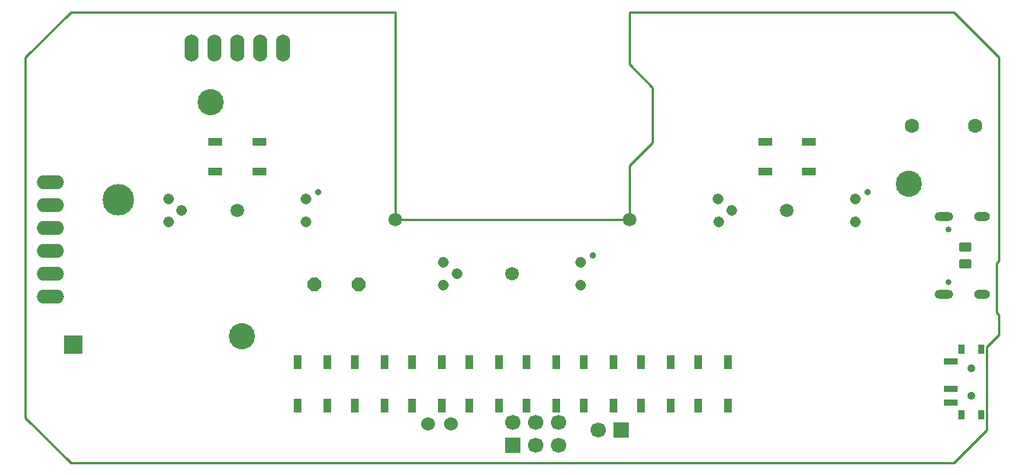
<source format=gbr>
%TF.GenerationSoftware,KiCad,Pcbnew,9.0.0*%
%TF.CreationDate,2025-08-29T01:04:51+01:00*%
%TF.ProjectId,FED3,46454433-2e6b-4696-9361-645f70636258,rev?*%
%TF.SameCoordinates,Original*%
%TF.FileFunction,Soldermask,Bot*%
%TF.FilePolarity,Negative*%
%FSLAX46Y46*%
G04 Gerber Fmt 4.6, Leading zero omitted, Abs format (unit mm)*
G04 Created by KiCad (PCBNEW 9.0.0) date 2025-08-29 01:04:51*
%MOMM*%
%LPD*%
G01*
G04 APERTURE LIST*
G04 Aperture macros list*
%AMRoundRect*
0 Rectangle with rounded corners*
0 $1 Rounding radius*
0 $2 $3 $4 $5 $6 $7 $8 $9 X,Y pos of 4 corners*
0 Add a 4 corners polygon primitive as box body*
4,1,4,$2,$3,$4,$5,$6,$7,$8,$9,$2,$3,0*
0 Add four circle primitives for the rounded corners*
1,1,$1+$1,$2,$3*
1,1,$1+$1,$4,$5*
1,1,$1+$1,$6,$7*
1,1,$1+$1,$8,$9*
0 Add four rect primitives between the rounded corners*
20,1,$1+$1,$2,$3,$4,$5,0*
20,1,$1+$1,$4,$5,$6,$7,0*
20,1,$1+$1,$6,$7,$8,$9,0*
20,1,$1+$1,$8,$9,$2,$3,0*%
%AMOutline5P*
0 Free polygon, 5 corners , with rotation*
0 The origin of the aperture is its center*
0 number of corners: always 5*
0 $1 to $10 corner X, Y*
0 $11 Rotation angle, in degrees counterclockwise*
0 create outline with 5 corners*
4,1,5,$1,$2,$3,$4,$5,$6,$7,$8,$9,$10,$1,$2,$11*%
%AMOutline6P*
0 Free polygon, 6 corners , with rotation*
0 The origin of the aperture is its center*
0 number of corners: always 6*
0 $1 to $12 corner X, Y*
0 $13 Rotation angle, in degrees counterclockwise*
0 create outline with 6 corners*
4,1,6,$1,$2,$3,$4,$5,$6,$7,$8,$9,$10,$11,$12,$1,$2,$13*%
%AMOutline7P*
0 Free polygon, 7 corners , with rotation*
0 The origin of the aperture is its center*
0 number of corners: always 7*
0 $1 to $14 corner X, Y*
0 $15 Rotation angle, in degrees counterclockwise*
0 create outline with 7 corners*
4,1,7,$1,$2,$3,$4,$5,$6,$7,$8,$9,$10,$11,$12,$13,$14,$1,$2,$15*%
%AMOutline8P*
0 Free polygon, 8 corners , with rotation*
0 The origin of the aperture is its center*
0 number of corners: always 8*
0 $1 to $16 corner X, Y*
0 $17 Rotation angle, in degrees counterclockwise*
0 create outline with 8 corners*
4,1,8,$1,$2,$3,$4,$5,$6,$7,$8,$9,$10,$11,$12,$13,$14,$15,$16,$1,$2,$17*%
G04 Aperture macros list end*
%ADD10C,1.600000*%
%ADD11O,1.800000X1.000000*%
%ADD12O,2.100000X1.000000*%
%ADD13C,0.650000*%
%ADD14C,1.208000*%
%ADD15C,1.500000*%
%ADD16C,0.700000*%
%ADD17R,0.800000X1.000000*%
%ADD18R,1.500000X0.700000*%
%ADD19C,0.900000*%
%ADD20RoundRect,0.250000X0.450000X-0.262500X0.450000X0.262500X-0.450000X0.262500X-0.450000X-0.262500X0*%
%ADD21O,3.048000X1.524000*%
%ADD22C,2.900000*%
%ADD23R,1.700000X1.700000*%
%ADD24C,1.700000*%
%ADD25C,1.524000*%
%ADD26R,2.000000X2.000000*%
%ADD27C,3.500000*%
%ADD28Outline8P,-0.762000X0.315631X-0.315631X0.762000X0.315631X0.762000X0.762000X0.315631X0.762000X-0.315631X0.315631X-0.762000X-0.315631X-0.762000X-0.762000X-0.315631X180.000000*%
%ADD29O,1.524000X3.048000*%
%ADD30R,1.500000X0.900000*%
%ADD31R,0.900000X1.500000*%
%TA.AperFunction,Profile*%
%ADD32C,0.250000*%
%TD*%
G04 APERTURE END LIST*
D10*
%TO.C,EXT0*%
X192844300Y-92614800D03*
X199844300Y-92614800D03*
%TD*%
D11*
%TO.C,J3*%
X200609200Y-102713600D03*
D12*
X196429200Y-102713600D03*
D11*
X200609200Y-111353600D03*
D12*
X196429200Y-111353600D03*
D13*
X196929200Y-104143600D03*
X196929200Y-109923600D03*
%TD*%
D14*
%TO.C,PI1*%
X171381100Y-100733600D03*
X172851100Y-102003600D03*
X171401100Y-103303600D03*
X186621100Y-103273600D03*
X186601100Y-100763600D03*
D15*
X179001100Y-102003600D03*
D16*
X187951100Y-100003600D03*
%TD*%
D14*
%TO.C,PI2*%
X140881100Y-107733600D03*
X142351100Y-109003600D03*
X140901100Y-110303600D03*
X156121100Y-110273600D03*
X156101100Y-107763600D03*
D15*
X148501100Y-109003600D03*
D16*
X157451100Y-107003600D03*
%TD*%
D14*
%TO.C,PI3*%
X110381100Y-100733600D03*
X111851100Y-102003600D03*
X110401100Y-103303600D03*
X125621100Y-103273600D03*
X125601100Y-100763600D03*
D15*
X118001100Y-102003600D03*
D16*
X126951100Y-100003600D03*
%TD*%
D17*
%TO.C,SW1*%
X198350000Y-124700000D03*
X200550000Y-124700000D03*
X200550000Y-117400000D03*
X198350000Y-117400000D03*
D18*
X197200000Y-123300000D03*
X197200000Y-121800000D03*
X197200000Y-118800000D03*
D19*
X199450000Y-122550000D03*
X199450000Y-119550000D03*
%TD*%
D20*
%TO.C,R26*%
X198750000Y-107912500D03*
X198750000Y-106087500D03*
%TD*%
D21*
%TO.C,SCREEN0*%
X97251100Y-98903600D03*
X97251100Y-101443600D03*
X97251100Y-103983600D03*
X97251100Y-106523600D03*
X97251100Y-109063600D03*
X97251100Y-111603600D03*
%TD*%
D22*
%TO.C,*%
X192500000Y-99003600D03*
%TD*%
D23*
%TO.C,J1*%
X148582050Y-128109743D03*
D24*
X148582050Y-125569743D03*
X151122050Y-128109743D03*
X151122050Y-125569743D03*
X153662050Y-128109743D03*
X153662050Y-125569743D03*
%TD*%
D15*
%TO.C,@HOLE2*%
X161501100Y-103003600D03*
%TD*%
%TO.C,@HOLE2*%
X135501100Y-103003600D03*
%TD*%
D25*
%TO.C,X3*%
X141694300Y-125736400D03*
X139154300Y-125736400D03*
%TD*%
D22*
%TO.C,@HOLE6*%
X118501100Y-116003600D03*
%TD*%
D26*
%TO.C,TP5*%
X99800000Y-116900000D03*
%TD*%
D27*
%TO.C,@HOLE5*%
X104788100Y-100793600D03*
%TD*%
D28*
%TO.C,BZ1*%
X131459200Y-110180000D03*
X126510000Y-110180000D03*
%TD*%
D29*
%TO.C,MOTOR0*%
X112921100Y-84003600D03*
X115461100Y-84003600D03*
X118001100Y-84003600D03*
X120541100Y-84003600D03*
X123081100Y-84003600D03*
%TD*%
D23*
%TO.C,J2*%
X160550000Y-126400000D03*
D24*
X158010000Y-126400000D03*
%TD*%
D22*
%TO.C,@HOLE0*%
X115001100Y-90003600D03*
%TD*%
D30*
%TO.C,LED10*%
X176551100Y-97650400D03*
X176551100Y-94350400D03*
X181451100Y-94350400D03*
X181451100Y-97650400D03*
%TD*%
D31*
%TO.C,LED4*%
X153351900Y-123716000D03*
X150051900Y-123716000D03*
X150051900Y-118816000D03*
X153351900Y-118816000D03*
%TD*%
D30*
%TO.C,LED9*%
X115551100Y-97650400D03*
X115551100Y-94350400D03*
X120451100Y-94350400D03*
X120451100Y-97650400D03*
%TD*%
D31*
%TO.C,LED8*%
X127951900Y-123716000D03*
X124651900Y-123716000D03*
X124651900Y-118816000D03*
X127951900Y-118816000D03*
%TD*%
%TO.C,LED3*%
X159701900Y-123716000D03*
X156401900Y-123716000D03*
X156401900Y-118816000D03*
X159701900Y-118816000D03*
%TD*%
%TO.C,LED1*%
X172401900Y-123716000D03*
X169101900Y-123716000D03*
X169101900Y-118816000D03*
X172401900Y-118816000D03*
%TD*%
%TO.C,LED2*%
X166051900Y-123716000D03*
X162751900Y-123716000D03*
X162751900Y-118816000D03*
X166051900Y-118816000D03*
%TD*%
%TO.C,LED6*%
X140651900Y-123716000D03*
X137351900Y-123716000D03*
X137351900Y-118816000D03*
X140651900Y-118816000D03*
%TD*%
%TO.C,LED7*%
X134301900Y-123716000D03*
X131001900Y-123716000D03*
X131001900Y-118816000D03*
X134301900Y-118816000D03*
%TD*%
%TO.C,LED5*%
X147001900Y-123716000D03*
X143701900Y-123716000D03*
X143701900Y-118816000D03*
X147001900Y-118816000D03*
%TD*%
D32*
X201101100Y-126403600D02*
X201101100Y-117203600D01*
X161501100Y-103003600D02*
X135501100Y-103003600D01*
X161501100Y-80003600D02*
X161501100Y-85751600D01*
X161501100Y-85751600D02*
X164097100Y-88347600D01*
X99501100Y-80003600D02*
X94501100Y-85003600D01*
X202221100Y-107883600D02*
X202501100Y-107603600D01*
X202501100Y-85003600D02*
X197501100Y-80003600D01*
X202221100Y-113323600D02*
X202221100Y-107883600D01*
X202501100Y-107603600D02*
X202501100Y-85003600D01*
X161501100Y-96983600D02*
X161501100Y-103003600D01*
X202501100Y-113603600D02*
X202221100Y-113323600D01*
X135501100Y-103003600D02*
X135501100Y-80003600D01*
X94501100Y-125003600D02*
X99501100Y-130003600D01*
X164097100Y-88347600D02*
X164097100Y-94443600D01*
X197501100Y-130003600D02*
X201101100Y-126403600D01*
X197501100Y-80003600D02*
X161501100Y-80003600D01*
X202501100Y-115803600D02*
X202501100Y-113603600D01*
X94501100Y-85003600D02*
X94501100Y-125003600D01*
X99501100Y-130003600D02*
X197501100Y-130003600D01*
X164097100Y-94443600D02*
X161501100Y-96983600D01*
X201101100Y-117203600D02*
X202501100Y-115803600D01*
X135501100Y-80003600D02*
X99501100Y-80003600D01*
M02*

</source>
